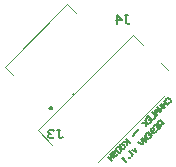
<source format=gbo>
%FSTAX23Y23*%
%MOIN*%
%SFA1B1*%

%IPPOS*%
%ADD11C,0.003940*%
%ADD12C,0.007870*%
%ADD15C,0.006000*%
%LNkoosh_sd_card_base_v1_1-1*%
%LPD*%
G54D11*
X00238Y00289D02*
D01*
X00238Y00289*
X00238Y00289*
X00238Y0029*
X00238Y0029*
X00238Y0029*
X00238Y0029*
X00238Y0029*
X00237Y0029*
X00237Y0029*
X00237Y0029*
X00237Y0029*
X00237Y0029*
X00237Y0029*
X00237Y0029*
X00236Y0029*
X00236Y0029*
X00236Y0029*
X00236Y0029*
X00236Y0029*
X00236Y0029*
X00236Y00289*
X00236Y00289*
X00236Y00289*
X00235Y00289*
X00235Y00289*
X00235Y00289*
X00235Y00289*
X00235Y00289*
X00235Y00289*
X00235Y00288*
X00235Y00288*
X00235Y00288*
X00235Y00288*
X00235Y00288*
X00235Y00288*
X00235Y00288*
X00235Y00287*
X00235Y00287*
X00235Y00287*
X00235Y00287*
X00235Y00287*
X00235Y00287*
X00235Y00287*
X00235Y00287*
X00236Y00287*
D01*
X00236Y00286*
X00236Y00286*
X00236Y00286*
X00236Y00286*
X00236Y00286*
X00236Y00286*
X00236Y00286*
X00237Y00286*
X00237Y00286*
X00237Y00286*
X00237Y00286*
X00237Y00286*
X00237Y00286*
X00237Y00286*
X00237Y00286*
X00238Y00286*
X00238Y00286*
X00238Y00286*
X00238Y00286*
X00238Y00286*
X00238Y00286*
X00238Y00286*
X00238Y00287*
X00238Y00287*
X00239Y00287*
X00239Y00287*
X00239Y00287*
X00239Y00287*
X00239Y00287*
X00239Y00287*
X00239Y00288*
X00239Y00288*
X00239Y00288*
X00239Y00288*
X00239Y00288*
X00239Y00288*
X00239Y00288*
X00239Y00288*
X00239Y00289*
X00239Y00289*
X00239Y00289*
X00239Y00289*
X00239Y00289*
X00238Y00289*
X00238Y00289*
X00219Y00587D02*
X00247Y00559D01*
X0001Y00378D02*
X00219Y00587D01*
X0001Y00378D02*
X00038Y00351D01*
X00531Y00391D02*
X00553Y00369D01*
X00121Y00167D02*
X00169Y00119D01*
X00121Y00167D02*
X00438Y00484D01*
X00472Y0045*
X0032Y00062D02*
X00543Y00285D01*
G54D12*
X00166Y00244D02*
D01*
X00166Y00244*
X00166Y00244*
X00166Y00244*
X00165Y00245*
X00165Y00245*
X00165Y00245*
X00165Y00245*
X00164Y00245*
X00164Y00245*
X00164Y00245*
X00163Y00245*
X00163Y00245*
X00163Y00245*
X00163Y00245*
X00162Y00245*
X00162Y00245*
X00162Y00245*
X00162Y00245*
X00161Y00245*
X00161Y00244*
X00161Y00244*
X00161Y00244*
X00161Y00244*
X0016Y00244*
X0016Y00243*
X0016Y00243*
X0016Y00243*
X0016Y00243*
X0016Y00242*
X0016Y00242*
X0016Y00242*
X0016Y00242*
X00159Y00241*
X00159Y00241*
X0016Y00241*
X0016Y00241*
X0016Y0024*
X0016Y0024*
X0016Y0024*
X0016Y00239*
X0016Y00239*
X0016Y00239*
X0016Y00239*
X0016Y00239*
X00161Y00238*
D01*
X00161Y00238*
X00161Y00238*
X00161Y00238*
X00162Y00238*
X00162Y00238*
X00162Y00237*
X00162Y00237*
X00163Y00237*
X00163Y00237*
X00163Y00237*
X00163Y00237*
X00164Y00237*
X00164Y00237*
X00164Y00237*
X00164Y00237*
X00165Y00237*
X00165Y00238*
X00165Y00238*
X00165Y00238*
X00166Y00238*
X00166Y00238*
X00166Y00238*
X00166Y00238*
X00166Y00239*
X00167Y00239*
X00167Y00239*
X00167Y00239*
X00167Y0024*
X00167Y0024*
X00167Y0024*
X00167Y0024*
X00167Y00241*
X00167Y00241*
X00167Y00241*
X00167Y00241*
X00167Y00242*
X00167Y00242*
X00167Y00242*
X00167Y00243*
X00167Y00243*
X00167Y00243*
X00167Y00243*
X00167Y00244*
X00166Y00244*
X00166Y00244*
G54D15*
X00546Y00267D02*
Y00271D01*
X00551Y00276*
X00555*
X00563Y00267*
Y00263*
X00559Y00259*
X00555*
X0054Y00265D02*
X00553Y00252D01*
X00546Y00259*
X00538Y0025*
X00532Y00256*
X00544Y00244*
X00527Y00252D02*
X0054Y0024D01*
X00532*
Y00231*
X00519Y00244*
X00527Y00227D02*
X00519Y00235D01*
X0051*
Y00227*
X00519Y00218*
X00513Y00225*
X00521Y00233*
X00502Y00227D02*
X00515Y00214D01*
X00506Y00206*
X00481D02*
X00489Y00214D01*
X00502Y00201*
X00493Y00193*
X00496Y00208D02*
X00491Y00203D01*
X00477Y00201D02*
X00489Y00189D01*
X00485Y00193*
X00468*
X00481*
Y0018*
X00457Y0017D02*
X00449Y00161D01*
X00445Y00157D02*
X00436Y00148D01*
X00413Y00138D02*
X00426Y00125D01*
X00421Y00129*
X00404*
X00417*
Y00117*
X00394Y00119D02*
X00398Y00123D01*
X00402*
X00411Y00114*
Y0011*
X00407Y00106*
X00402*
X00394Y00114*
Y00119*
X00381Y00106D02*
X00385Y0011D01*
X0039*
X00398Y00102*
Y00097*
X00394Y00093*
X0039*
X00381Y00102*
Y00106*
X00368Y00089D02*
Y00093D01*
X00373Y00097*
X00377*
X00379Y00095*
Y00091*
X00375Y00087*
Y00083*
X00377Y0008*
X00381*
X00385Y00085*
Y00089*
X00362Y00087D02*
X00375Y00074D01*
X00368Y0008*
X0036Y00072*
X00354Y00078*
X00366Y00066*
X0054Y00189D02*
X00527Y00201D01*
X00521Y00195*
Y00191*
X00525Y00186*
X0053*
X00536Y00193*
X00532Y00189D02*
Y0018D01*
X00506D02*
X00515Y00189D01*
X00527Y00176*
X00519Y00167*
X00521Y00182D02*
X00517Y00178D01*
X00496Y00165D02*
Y0017D01*
X005Y00174*
X00504*
X00506Y00172*
Y00167*
X00502Y00163*
Y00159*
X00504Y00157*
X00508*
X00513Y00161*
Y00165*
X00481Y00155D02*
X00489Y00163D01*
X00502Y0015*
X00493Y00142*
X00496Y00157D02*
X00491Y00153D01*
X00489Y00138D02*
X00477Y0015D01*
X00481Y00129*
X00468Y00142*
X00464Y00138D02*
X00472Y00129D01*
Y00121*
X00464*
X00455Y00129*
X00443Y00108D02*
X00447Y00095D01*
X00434Y001*
X00438Y00087D02*
X00434Y00083D01*
X00436Y00085*
X00423Y00097*
X00428*
Y00076D02*
X00426Y00078D01*
X00423Y00076*
X00426Y00074*
X00428Y00076*
X00417Y00066D02*
X00413Y00061D01*
X00415Y00063*
X00402Y00076*
X00407*
X00185Y00169D02*
X00195D01*
X0019*
Y00145*
X00195Y0014*
X00199*
X00204Y00145*
X00175Y00165D02*
X0017Y00169D01*
X0016*
X00155Y00165*
Y0016*
X0016Y00155*
X00165*
X0016*
X00155Y0015*
Y00145*
X0016Y0014*
X0017*
X00175Y00145*
X0041Y0055D02*
X0042D01*
X00415*
Y00525*
X0042Y0052*
X00424*
X00429Y00525*
X00385Y0052D02*
Y0055D01*
X004Y00535*
X0038*
M02*
</source>
